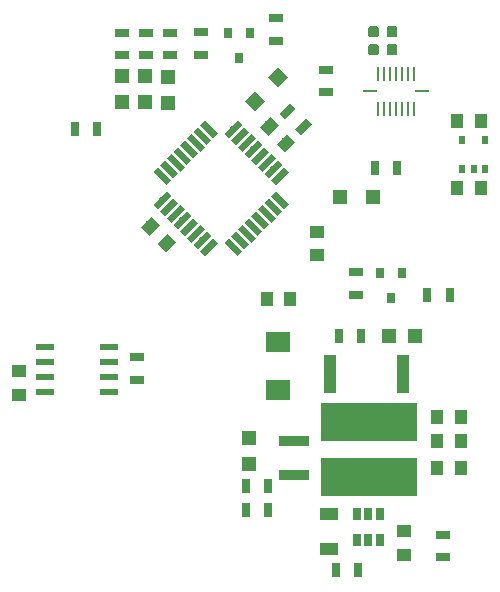
<source format=gtp>
G04 #@! TF.GenerationSoftware,KiCad,Pcbnew,5.0.1-33cea8e~68~ubuntu18.04.1*
G04 #@! TF.CreationDate,2019-04-25T19:51:38-04:00*
G04 #@! TF.ProjectId,IMU,494D552E6B696361645F706362000000,rev?*
G04 #@! TF.SameCoordinates,Original*
G04 #@! TF.FileFunction,Paste,Top*
G04 #@! TF.FilePolarity,Positive*
%FSLAX46Y46*%
G04 Gerber Fmt 4.6, Leading zero omitted, Abs format (unit mm)*
G04 Created by KiCad (PCBNEW 5.0.1-33cea8e~68~ubuntu18.04.1) date Thu 25 Apr 2019 07:51:38 PM EDT*
%MOMM*%
%LPD*%
G01*
G04 APERTURE LIST*
%ADD10R,1.200000X1.200000*%
%ADD11R,1.300000X0.700000*%
%ADD12C,1.200000*%
%ADD13C,2.000000*%
%ADD14R,1.000000X1.250000*%
%ADD15R,1.200000X0.250000*%
%ADD16R,0.250000X1.200000*%
%ADD17C,0.700000*%
%ADD18R,0.700000X1.300000*%
%ADD19R,8.200000X3.300000*%
%ADD20R,2.500000X0.900000*%
%ADD21R,1.000000X3.200000*%
%ADD22R,0.650000X1.060000*%
%ADD23R,1.600000X1.000000*%
%ADD24R,1.250000X1.000000*%
%ADD25R,2.159000X1.778000*%
%ADD26C,1.000000*%
%ADD27C,0.875000*%
%ADD28R,1.550000X0.600000*%
%ADD29C,0.550000*%
%ADD30R,0.800000X0.900000*%
%ADD31R,0.550000X0.800000*%
G04 APERTURE END LIST*
D10*
G04 #@! TO.C,D3*
X134116103Y-78826793D03*
X134116103Y-81026791D03*
G04 #@! TD*
G04 #@! TO.C,D5*
X130202507Y-78745155D03*
X130202507Y-80945153D03*
G04 #@! TD*
D11*
G04 #@! TO.C,R6*
X134259787Y-75081046D03*
X134259787Y-76981044D03*
G04 #@! TD*
G04 #@! TO.C,R10*
X132201512Y-76997321D03*
X132201512Y-75097323D03*
G04 #@! TD*
D10*
G04 #@! TO.C,D4*
X132144038Y-80980910D03*
X132144038Y-78780912D03*
G04 #@! TD*
D11*
G04 #@! TO.C,R11*
X130186342Y-75079362D03*
X130186342Y-76979360D03*
G04 #@! TD*
G04 #@! TO.C,R15*
X147477480Y-80142160D03*
X147477480Y-78242160D03*
G04 #@! TD*
D12*
G04 #@! TO.C,D8*
X141450051Y-80849949D03*
D13*
G36*
X141450051Y-81698477D02*
X140601523Y-80849949D01*
X141450051Y-80001421D01*
X142298579Y-80849949D01*
X141450051Y-81698477D01*
X141450051Y-81698477D01*
G37*
D12*
X143429949Y-78870051D03*
D13*
G36*
X143429949Y-79718579D02*
X142581421Y-78870051D01*
X143429949Y-78021523D01*
X144278477Y-78870051D01*
X143429949Y-79718579D01*
X143429949Y-79718579D01*
G37*
G04 #@! TD*
D14*
G04 #@! TO.C,C10*
X160557020Y-82541100D03*
X158557020Y-82541100D03*
G04 #@! TD*
D15*
G04 #@! TO.C,U4*
X151185759Y-80065880D03*
X155615761Y-80065880D03*
D16*
X154900760Y-81575880D03*
X154400760Y-81575880D03*
X153900760Y-81575880D03*
X153400760Y-81575880D03*
X152900760Y-81575880D03*
X152400760Y-81575880D03*
X151900760Y-81575880D03*
X154900760Y-78555880D03*
X154400760Y-78555880D03*
X153900760Y-78555880D03*
X153400760Y-78555880D03*
X152900760Y-78555880D03*
X152400760Y-78555880D03*
X151900760Y-78555880D03*
G04 #@! TD*
D17*
G04 #@! TO.C,R1*
X144228249Y-81728249D03*
D13*
G36*
X144935356Y-81516117D02*
X144016117Y-82435356D01*
X143521142Y-81940381D01*
X144440381Y-81021142D01*
X144935356Y-81516117D01*
X144935356Y-81516117D01*
G37*
D17*
X145571751Y-83071751D03*
D13*
G36*
X146278858Y-82859619D02*
X145359619Y-83778858D01*
X144864644Y-83283883D01*
X145783883Y-82364644D01*
X146278858Y-82859619D01*
X146278858Y-82859619D01*
G37*
G04 #@! TD*
D18*
G04 #@! TO.C,R2*
X142559880Y-113493840D03*
X140659880Y-113493840D03*
G04 #@! TD*
D19*
G04 #@! TO.C,L1*
X151071380Y-112732340D03*
X151071380Y-108032340D03*
G04 #@! TD*
D20*
G04 #@! TO.C,F1*
X144765380Y-109636340D03*
X144765380Y-112536340D03*
G04 #@! TD*
D10*
G04 #@! TO.C,D2*
X152785880Y-100793840D03*
X154985880Y-100793840D03*
G04 #@! TD*
D21*
G04 #@! TO.C,R9*
X147780880Y-103968840D03*
X153980880Y-103968840D03*
G04 #@! TD*
D14*
G04 #@! TO.C,C7*
X156865880Y-107651840D03*
X158865880Y-107651840D03*
G04 #@! TD*
D22*
G04 #@! TO.C,U2*
X151995980Y-115886340D03*
X151045980Y-115886340D03*
X150095980Y-115886340D03*
X150095980Y-118086340D03*
X151995980Y-118086340D03*
X151045980Y-118086340D03*
G04 #@! TD*
D23*
G04 #@! TO.C,C3*
X147705880Y-115803840D03*
X147705880Y-118803840D03*
G04 #@! TD*
D18*
G04 #@! TO.C,R12*
X148533880Y-100793840D03*
X150433880Y-100793840D03*
G04 #@! TD*
G04 #@! TO.C,R4*
X150179880Y-120605840D03*
X148279880Y-120605840D03*
G04 #@! TD*
D11*
G04 #@! TO.C,R5*
X157357880Y-119523840D03*
X157357880Y-117623840D03*
G04 #@! TD*
D14*
G04 #@! TO.C,C12*
X156865880Y-111969840D03*
X158865880Y-111969840D03*
G04 #@! TD*
G04 #@! TO.C,C11*
X156865880Y-109683840D03*
X158865880Y-109683840D03*
G04 #@! TD*
D24*
G04 #@! TO.C,C5*
X154055880Y-119319840D03*
X154055880Y-117319840D03*
G04 #@! TD*
D10*
G04 #@! TO.C,D1*
X140909040Y-111623200D03*
X140909040Y-109423200D03*
G04 #@! TD*
D25*
G04 #@! TO.C,D7*
X143387880Y-101301840D03*
X143387880Y-105365840D03*
G04 #@! TD*
D18*
G04 #@! TO.C,R3*
X142559880Y-115525840D03*
X140659880Y-115525840D03*
G04 #@! TD*
D26*
G04 #@! TO.C,C1*
X133980907Y-92893867D03*
D13*
G36*
X133185412Y-92982255D02*
X134069295Y-92098372D01*
X134776402Y-92805479D01*
X133892519Y-93689362D01*
X133185412Y-92982255D01*
X133185412Y-92982255D01*
G37*
D26*
X132566693Y-91479653D03*
D13*
G36*
X131771198Y-91568041D02*
X132655081Y-90684158D01*
X133362188Y-91391265D01*
X132478305Y-92275148D01*
X131771198Y-91568041D01*
X131771198Y-91568041D01*
G37*
G04 #@! TD*
D26*
G04 #@! TO.C,C2*
X144067107Y-84447107D03*
D13*
G36*
X144862602Y-84358719D02*
X143978719Y-85242602D01*
X143271612Y-84535495D01*
X144155495Y-83651612D01*
X144862602Y-84358719D01*
X144862602Y-84358719D01*
G37*
D26*
X142652893Y-83032893D03*
D13*
G36*
X143448388Y-82944505D02*
X142564505Y-83828388D01*
X141857398Y-83121281D01*
X142741281Y-82237398D01*
X143448388Y-82944505D01*
X143448388Y-82944505D01*
G37*
G04 #@! TD*
D24*
G04 #@! TO.C,C4*
X121488200Y-105769920D03*
X121488200Y-103769920D03*
G04 #@! TD*
G04 #@! TO.C,C6*
X146685000Y-93938600D03*
X146685000Y-91938600D03*
G04 #@! TD*
D14*
G04 #@! TO.C,C8*
X144428720Y-97632520D03*
X142428720Y-97632520D03*
G04 #@! TD*
G04 #@! TO.C,C9*
X158582420Y-88266260D03*
X160582420Y-88266260D03*
G04 #@! TD*
D13*
G04 #@! TO.C,C13*
G36*
X151715189Y-74536053D02*
X151736424Y-74539203D01*
X151757248Y-74544419D01*
X151777460Y-74551651D01*
X151796866Y-74560830D01*
X151815279Y-74571866D01*
X151832522Y-74584654D01*
X151848428Y-74599070D01*
X151862844Y-74614976D01*
X151875632Y-74632219D01*
X151886668Y-74650632D01*
X151895847Y-74670038D01*
X151903079Y-74690250D01*
X151908295Y-74711074D01*
X151911445Y-74732309D01*
X151912498Y-74753750D01*
X151912498Y-75266250D01*
X151911445Y-75287691D01*
X151908295Y-75308926D01*
X151903079Y-75329750D01*
X151895847Y-75349962D01*
X151886668Y-75369368D01*
X151875632Y-75387781D01*
X151862844Y-75405024D01*
X151848428Y-75420930D01*
X151832522Y-75435346D01*
X151815279Y-75448134D01*
X151796866Y-75459170D01*
X151777460Y-75468349D01*
X151757248Y-75475581D01*
X151736424Y-75480797D01*
X151715189Y-75483947D01*
X151693748Y-75485000D01*
X151256248Y-75485000D01*
X151234807Y-75483947D01*
X151213572Y-75480797D01*
X151192748Y-75475581D01*
X151172536Y-75468349D01*
X151153130Y-75459170D01*
X151134717Y-75448134D01*
X151117474Y-75435346D01*
X151101568Y-75420930D01*
X151087152Y-75405024D01*
X151074364Y-75387781D01*
X151063328Y-75369368D01*
X151054149Y-75349962D01*
X151046917Y-75329750D01*
X151041701Y-75308926D01*
X151038551Y-75287691D01*
X151037498Y-75266250D01*
X151037498Y-74753750D01*
X151038551Y-74732309D01*
X151041701Y-74711074D01*
X151046917Y-74690250D01*
X151054149Y-74670038D01*
X151063328Y-74650632D01*
X151074364Y-74632219D01*
X151087152Y-74614976D01*
X151101568Y-74599070D01*
X151117474Y-74584654D01*
X151134717Y-74571866D01*
X151153130Y-74560830D01*
X151172536Y-74551651D01*
X151192748Y-74544419D01*
X151213572Y-74539203D01*
X151234807Y-74536053D01*
X151256248Y-74535000D01*
X151693748Y-74535000D01*
X151715189Y-74536053D01*
X151715189Y-74536053D01*
G37*
D27*
X151474998Y-75010000D03*
D13*
G36*
X153290191Y-74536053D02*
X153311426Y-74539203D01*
X153332250Y-74544419D01*
X153352462Y-74551651D01*
X153371868Y-74560830D01*
X153390281Y-74571866D01*
X153407524Y-74584654D01*
X153423430Y-74599070D01*
X153437846Y-74614976D01*
X153450634Y-74632219D01*
X153461670Y-74650632D01*
X153470849Y-74670038D01*
X153478081Y-74690250D01*
X153483297Y-74711074D01*
X153486447Y-74732309D01*
X153487500Y-74753750D01*
X153487500Y-75266250D01*
X153486447Y-75287691D01*
X153483297Y-75308926D01*
X153478081Y-75329750D01*
X153470849Y-75349962D01*
X153461670Y-75369368D01*
X153450634Y-75387781D01*
X153437846Y-75405024D01*
X153423430Y-75420930D01*
X153407524Y-75435346D01*
X153390281Y-75448134D01*
X153371868Y-75459170D01*
X153352462Y-75468349D01*
X153332250Y-75475581D01*
X153311426Y-75480797D01*
X153290191Y-75483947D01*
X153268750Y-75485000D01*
X152831250Y-75485000D01*
X152809809Y-75483947D01*
X152788574Y-75480797D01*
X152767750Y-75475581D01*
X152747538Y-75468349D01*
X152728132Y-75459170D01*
X152709719Y-75448134D01*
X152692476Y-75435346D01*
X152676570Y-75420930D01*
X152662154Y-75405024D01*
X152649366Y-75387781D01*
X152638330Y-75369368D01*
X152629151Y-75349962D01*
X152621919Y-75329750D01*
X152616703Y-75308926D01*
X152613553Y-75287691D01*
X152612500Y-75266250D01*
X152612500Y-74753750D01*
X152613553Y-74732309D01*
X152616703Y-74711074D01*
X152621919Y-74690250D01*
X152629151Y-74670038D01*
X152638330Y-74650632D01*
X152649366Y-74632219D01*
X152662154Y-74614976D01*
X152676570Y-74599070D01*
X152692476Y-74584654D01*
X152709719Y-74571866D01*
X152728132Y-74560830D01*
X152747538Y-74551651D01*
X152767750Y-74544419D01*
X152788574Y-74539203D01*
X152809809Y-74536053D01*
X152831250Y-74535000D01*
X153268750Y-74535000D01*
X153290191Y-74536053D01*
X153290191Y-74536053D01*
G37*
D27*
X153050000Y-75010000D03*
G04 #@! TD*
D13*
G04 #@! TO.C,C14*
G36*
X151712690Y-76066053D02*
X151733925Y-76069203D01*
X151754749Y-76074419D01*
X151774961Y-76081651D01*
X151794367Y-76090830D01*
X151812780Y-76101866D01*
X151830023Y-76114654D01*
X151845929Y-76129070D01*
X151860345Y-76144976D01*
X151873133Y-76162219D01*
X151884169Y-76180632D01*
X151893348Y-76200038D01*
X151900580Y-76220250D01*
X151905796Y-76241074D01*
X151908946Y-76262309D01*
X151909999Y-76283750D01*
X151909999Y-76796250D01*
X151908946Y-76817691D01*
X151905796Y-76838926D01*
X151900580Y-76859750D01*
X151893348Y-76879962D01*
X151884169Y-76899368D01*
X151873133Y-76917781D01*
X151860345Y-76935024D01*
X151845929Y-76950930D01*
X151830023Y-76965346D01*
X151812780Y-76978134D01*
X151794367Y-76989170D01*
X151774961Y-76998349D01*
X151754749Y-77005581D01*
X151733925Y-77010797D01*
X151712690Y-77013947D01*
X151691249Y-77015000D01*
X151253749Y-77015000D01*
X151232308Y-77013947D01*
X151211073Y-77010797D01*
X151190249Y-77005581D01*
X151170037Y-76998349D01*
X151150631Y-76989170D01*
X151132218Y-76978134D01*
X151114975Y-76965346D01*
X151099069Y-76950930D01*
X151084653Y-76935024D01*
X151071865Y-76917781D01*
X151060829Y-76899368D01*
X151051650Y-76879962D01*
X151044418Y-76859750D01*
X151039202Y-76838926D01*
X151036052Y-76817691D01*
X151034999Y-76796250D01*
X151034999Y-76283750D01*
X151036052Y-76262309D01*
X151039202Y-76241074D01*
X151044418Y-76220250D01*
X151051650Y-76200038D01*
X151060829Y-76180632D01*
X151071865Y-76162219D01*
X151084653Y-76144976D01*
X151099069Y-76129070D01*
X151114975Y-76114654D01*
X151132218Y-76101866D01*
X151150631Y-76090830D01*
X151170037Y-76081651D01*
X151190249Y-76074419D01*
X151211073Y-76069203D01*
X151232308Y-76066053D01*
X151253749Y-76065000D01*
X151691249Y-76065000D01*
X151712690Y-76066053D01*
X151712690Y-76066053D01*
G37*
D27*
X151472499Y-76540000D03*
D13*
G36*
X153287692Y-76066053D02*
X153308927Y-76069203D01*
X153329751Y-76074419D01*
X153349963Y-76081651D01*
X153369369Y-76090830D01*
X153387782Y-76101866D01*
X153405025Y-76114654D01*
X153420931Y-76129070D01*
X153435347Y-76144976D01*
X153448135Y-76162219D01*
X153459171Y-76180632D01*
X153468350Y-76200038D01*
X153475582Y-76220250D01*
X153480798Y-76241074D01*
X153483948Y-76262309D01*
X153485001Y-76283750D01*
X153485001Y-76796250D01*
X153483948Y-76817691D01*
X153480798Y-76838926D01*
X153475582Y-76859750D01*
X153468350Y-76879962D01*
X153459171Y-76899368D01*
X153448135Y-76917781D01*
X153435347Y-76935024D01*
X153420931Y-76950930D01*
X153405025Y-76965346D01*
X153387782Y-76978134D01*
X153369369Y-76989170D01*
X153349963Y-76998349D01*
X153329751Y-77005581D01*
X153308927Y-77010797D01*
X153287692Y-77013947D01*
X153266251Y-77015000D01*
X152828751Y-77015000D01*
X152807310Y-77013947D01*
X152786075Y-77010797D01*
X152765251Y-77005581D01*
X152745039Y-76998349D01*
X152725633Y-76989170D01*
X152707220Y-76978134D01*
X152689977Y-76965346D01*
X152674071Y-76950930D01*
X152659655Y-76935024D01*
X152646867Y-76917781D01*
X152635831Y-76899368D01*
X152626652Y-76879962D01*
X152619420Y-76859750D01*
X152614204Y-76838926D01*
X152611054Y-76817691D01*
X152610001Y-76796250D01*
X152610001Y-76283750D01*
X152611054Y-76262309D01*
X152614204Y-76241074D01*
X152619420Y-76220250D01*
X152626652Y-76200038D01*
X152635831Y-76180632D01*
X152646867Y-76162219D01*
X152659655Y-76144976D01*
X152674071Y-76129070D01*
X152689977Y-76114654D01*
X152707220Y-76101866D01*
X152725633Y-76090830D01*
X152745039Y-76081651D01*
X152765251Y-76074419D01*
X152786075Y-76069203D01*
X152807310Y-76066053D01*
X152828751Y-76065000D01*
X153266251Y-76065000D01*
X153287692Y-76066053D01*
X153287692Y-76066053D01*
G37*
D27*
X153047501Y-76540000D03*
G04 #@! TD*
D11*
G04 #@! TO.C,R7*
X131414520Y-102560080D03*
X131414520Y-104460080D03*
G04 #@! TD*
D18*
G04 #@! TO.C,R8*
X126192241Y-83276440D03*
X128092239Y-83276440D03*
G04 #@! TD*
D28*
G04 #@! TO.C,U1*
X123705640Y-101681280D03*
X123705640Y-102951280D03*
X123705640Y-104221280D03*
X123705640Y-105491280D03*
X129105640Y-105491280D03*
X129105640Y-104221280D03*
X129105640Y-102951280D03*
X129105640Y-101681280D03*
G04 #@! TD*
D29*
G04 #@! TO.C,U5*
X133592754Y-87237545D03*
D13*
G36*
X134352894Y-87608776D02*
X133963985Y-87997685D01*
X132832614Y-86866314D01*
X133221523Y-86477405D01*
X134352894Y-87608776D01*
X134352894Y-87608776D01*
G37*
D29*
X134158440Y-86671860D03*
D13*
G36*
X134918580Y-87043091D02*
X134529671Y-87432000D01*
X133398300Y-86300629D01*
X133787209Y-85911720D01*
X134918580Y-87043091D01*
X134918580Y-87043091D01*
G37*
D29*
X134724125Y-86106174D03*
D13*
G36*
X135484265Y-86477405D02*
X135095356Y-86866314D01*
X133963985Y-85734943D01*
X134352894Y-85346034D01*
X135484265Y-86477405D01*
X135484265Y-86477405D01*
G37*
D29*
X135289810Y-85540489D03*
D13*
G36*
X136049950Y-85911720D02*
X135661041Y-86300629D01*
X134529670Y-85169258D01*
X134918579Y-84780349D01*
X136049950Y-85911720D01*
X136049950Y-85911720D01*
G37*
D29*
X135855496Y-84974803D03*
D13*
G36*
X136615636Y-85346034D02*
X136226727Y-85734943D01*
X135095356Y-84603572D01*
X135484265Y-84214663D01*
X136615636Y-85346034D01*
X136615636Y-85346034D01*
G37*
D29*
X136421181Y-84409118D03*
D13*
G36*
X137181321Y-84780349D02*
X136792412Y-85169258D01*
X135661041Y-84037887D01*
X136049950Y-83648978D01*
X137181321Y-84780349D01*
X137181321Y-84780349D01*
G37*
D29*
X136986867Y-83843433D03*
D13*
G36*
X137747007Y-84214664D02*
X137358098Y-84603573D01*
X136226727Y-83472202D01*
X136615636Y-83083293D01*
X137747007Y-84214664D01*
X137747007Y-84214664D01*
G37*
D29*
X137552552Y-83277747D03*
D13*
G36*
X138312692Y-83648978D02*
X137923783Y-84037887D01*
X136792412Y-82906516D01*
X137181321Y-82517607D01*
X138312692Y-83648978D01*
X138312692Y-83648978D01*
G37*
D29*
X139603162Y-83277747D03*
D13*
G36*
X139231931Y-84037887D02*
X138843022Y-83648978D01*
X139974393Y-82517607D01*
X140363302Y-82906516D01*
X139231931Y-84037887D01*
X139231931Y-84037887D01*
G37*
D29*
X140168847Y-83843433D03*
D13*
G36*
X139797616Y-84603573D02*
X139408707Y-84214664D01*
X140540078Y-83083293D01*
X140928987Y-83472202D01*
X139797616Y-84603573D01*
X139797616Y-84603573D01*
G37*
D29*
X140734533Y-84409118D03*
D13*
G36*
X140363302Y-85169258D02*
X139974393Y-84780349D01*
X141105764Y-83648978D01*
X141494673Y-84037887D01*
X140363302Y-85169258D01*
X140363302Y-85169258D01*
G37*
D29*
X141300218Y-84974803D03*
D13*
G36*
X140928987Y-85734943D02*
X140540078Y-85346034D01*
X141671449Y-84214663D01*
X142060358Y-84603572D01*
X140928987Y-85734943D01*
X140928987Y-85734943D01*
G37*
D29*
X141865904Y-85540489D03*
D13*
G36*
X141494673Y-86300629D02*
X141105764Y-85911720D01*
X142237135Y-84780349D01*
X142626044Y-85169258D01*
X141494673Y-86300629D01*
X141494673Y-86300629D01*
G37*
D29*
X142431589Y-86106174D03*
D13*
G36*
X142060358Y-86866314D02*
X141671449Y-86477405D01*
X142802820Y-85346034D01*
X143191729Y-85734943D01*
X142060358Y-86866314D01*
X142060358Y-86866314D01*
G37*
D29*
X142997274Y-86671860D03*
D13*
G36*
X142626043Y-87432000D02*
X142237134Y-87043091D01*
X143368505Y-85911720D01*
X143757414Y-86300629D01*
X142626043Y-87432000D01*
X142626043Y-87432000D01*
G37*
D29*
X143562960Y-87237545D03*
D13*
G36*
X143191729Y-87997685D02*
X142802820Y-87608776D01*
X143934191Y-86477405D01*
X144323100Y-86866314D01*
X143191729Y-87997685D01*
X143191729Y-87997685D01*
G37*
D29*
X143562960Y-89288155D03*
D13*
G36*
X144323100Y-89659386D02*
X143934191Y-90048295D01*
X142802820Y-88916924D01*
X143191729Y-88528015D01*
X144323100Y-89659386D01*
X144323100Y-89659386D01*
G37*
D29*
X142997274Y-89853840D03*
D13*
G36*
X143757414Y-90225071D02*
X143368505Y-90613980D01*
X142237134Y-89482609D01*
X142626043Y-89093700D01*
X143757414Y-90225071D01*
X143757414Y-90225071D01*
G37*
D29*
X142431589Y-90419526D03*
D13*
G36*
X143191729Y-90790757D02*
X142802820Y-91179666D01*
X141671449Y-90048295D01*
X142060358Y-89659386D01*
X143191729Y-90790757D01*
X143191729Y-90790757D01*
G37*
D29*
X141865904Y-90985211D03*
D13*
G36*
X142626044Y-91356442D02*
X142237135Y-91745351D01*
X141105764Y-90613980D01*
X141494673Y-90225071D01*
X142626044Y-91356442D01*
X142626044Y-91356442D01*
G37*
D29*
X141300218Y-91550897D03*
D13*
G36*
X142060358Y-91922128D02*
X141671449Y-92311037D01*
X140540078Y-91179666D01*
X140928987Y-90790757D01*
X142060358Y-91922128D01*
X142060358Y-91922128D01*
G37*
D29*
X140734533Y-92116582D03*
D13*
G36*
X141494673Y-92487813D02*
X141105764Y-92876722D01*
X139974393Y-91745351D01*
X140363302Y-91356442D01*
X141494673Y-92487813D01*
X141494673Y-92487813D01*
G37*
D29*
X140168847Y-92682267D03*
D13*
G36*
X140928987Y-93053498D02*
X140540078Y-93442407D01*
X139408707Y-92311036D01*
X139797616Y-91922127D01*
X140928987Y-93053498D01*
X140928987Y-93053498D01*
G37*
D29*
X139603162Y-93247953D03*
D13*
G36*
X140363302Y-93619184D02*
X139974393Y-94008093D01*
X138843022Y-92876722D01*
X139231931Y-92487813D01*
X140363302Y-93619184D01*
X140363302Y-93619184D01*
G37*
D29*
X137552552Y-93247953D03*
D13*
G36*
X137181321Y-94008093D02*
X136792412Y-93619184D01*
X137923783Y-92487813D01*
X138312692Y-92876722D01*
X137181321Y-94008093D01*
X137181321Y-94008093D01*
G37*
D29*
X136986867Y-92682267D03*
D13*
G36*
X136615636Y-93442407D02*
X136226727Y-93053498D01*
X137358098Y-91922127D01*
X137747007Y-92311036D01*
X136615636Y-93442407D01*
X136615636Y-93442407D01*
G37*
D29*
X136421181Y-92116582D03*
D13*
G36*
X136049950Y-92876722D02*
X135661041Y-92487813D01*
X136792412Y-91356442D01*
X137181321Y-91745351D01*
X136049950Y-92876722D01*
X136049950Y-92876722D01*
G37*
D29*
X135855496Y-91550897D03*
D13*
G36*
X135484265Y-92311037D02*
X135095356Y-91922128D01*
X136226727Y-90790757D01*
X136615636Y-91179666D01*
X135484265Y-92311037D01*
X135484265Y-92311037D01*
G37*
D29*
X135289810Y-90985211D03*
D13*
G36*
X134918579Y-91745351D02*
X134529670Y-91356442D01*
X135661041Y-90225071D01*
X136049950Y-90613980D01*
X134918579Y-91745351D01*
X134918579Y-91745351D01*
G37*
D29*
X134724125Y-90419526D03*
D13*
G36*
X134352894Y-91179666D02*
X133963985Y-90790757D01*
X135095356Y-89659386D01*
X135484265Y-90048295D01*
X134352894Y-91179666D01*
X134352894Y-91179666D01*
G37*
D29*
X134158440Y-89853840D03*
D13*
G36*
X133787209Y-90613980D02*
X133398300Y-90225071D01*
X134529671Y-89093700D01*
X134918580Y-89482609D01*
X133787209Y-90613980D01*
X133787209Y-90613980D01*
G37*
D29*
X133592754Y-89288155D03*
D13*
G36*
X133221523Y-90048295D02*
X132832614Y-89659386D01*
X133963985Y-88528015D01*
X134352894Y-88916924D01*
X133221523Y-90048295D01*
X133221523Y-90048295D01*
G37*
G04 #@! TD*
D18*
G04 #@! TO.C,R13*
X156042320Y-97297240D03*
X157942320Y-97297240D03*
G04 #@! TD*
D11*
G04 #@! TO.C,R14*
X143215360Y-75788560D03*
X143215360Y-73888560D03*
G04 #@! TD*
D10*
G04 #@! TO.C,D6*
X151407320Y-89042240D03*
X148607320Y-89042240D03*
G04 #@! TD*
D30*
G04 #@! TO.C,Q1*
X153932277Y-95423018D03*
X152032277Y-95423018D03*
X152982277Y-97523018D03*
G04 #@! TD*
G04 #@! TO.C,Q2*
X140075920Y-77234760D03*
X139125920Y-75134760D03*
X141025920Y-75134760D03*
G04 #@! TD*
D18*
G04 #@! TO.C,R16*
X151582080Y-86527640D03*
X153482080Y-86527640D03*
G04 #@! TD*
D31*
G04 #@! TO.C,U3*
X158998940Y-84201140D03*
X160898940Y-84201140D03*
X160898940Y-86601140D03*
X159948940Y-86601140D03*
X158998940Y-86601140D03*
G04 #@! TD*
D11*
G04 #@! TO.C,R17*
X149956520Y-95387160D03*
X149956520Y-97287160D03*
G04 #@! TD*
G04 #@! TO.C,R18*
X136870440Y-76977280D03*
X136870440Y-75077280D03*
G04 #@! TD*
M02*

</source>
